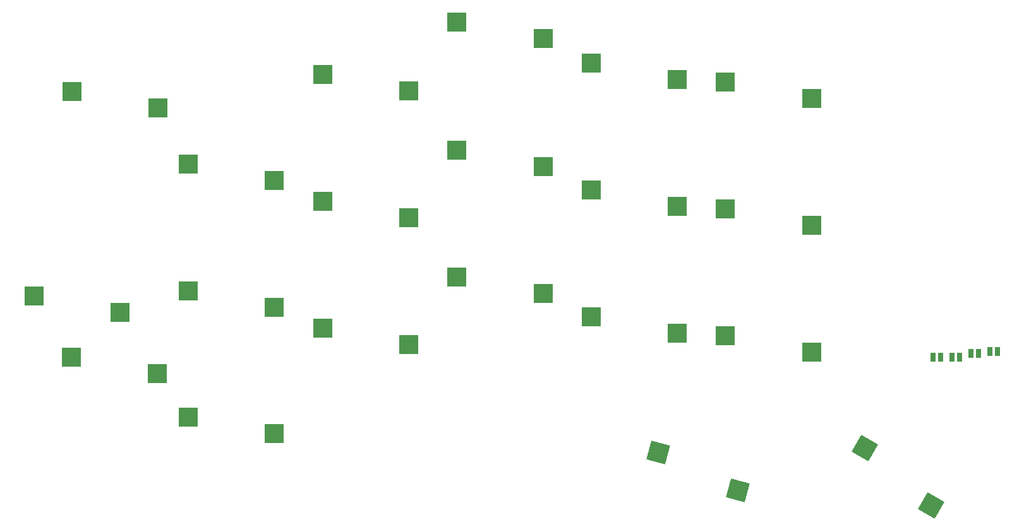
<source format=gbp>
G04 #@! TF.GenerationSoftware,KiCad,Pcbnew,(6.0.2-0)*
G04 #@! TF.CreationDate,2022-04-08T10:03:04+08:00*
G04 #@! TF.ProjectId,half-swept,68616c66-2d73-4776-9570-742e6b696361,rev?*
G04 #@! TF.SameCoordinates,Original*
G04 #@! TF.FileFunction,Paste,Bot*
G04 #@! TF.FilePolarity,Positive*
%FSLAX46Y46*%
G04 Gerber Fmt 4.6, Leading zero omitted, Abs format (unit mm)*
G04 Created by KiCad (PCBNEW (6.0.2-0)) date 2022-04-08 10:03:04*
%MOMM*%
%LPD*%
G01*
G04 APERTURE LIST*
G04 Aperture macros list*
%AMRotRect*
0 Rectangle, with rotation*
0 The origin of the aperture is its center*
0 $1 length*
0 $2 width*
0 $3 Rotation angle, in degrees counterclockwise*
0 Add horizontal line*
21,1,$1,$2,0,0,$3*%
G04 Aperture macros list end*
%ADD10R,2.600000X2.600000*%
%ADD11RotRect,2.600000X2.600000X330.000000*%
%ADD12RotRect,2.600000X2.600000X165.000000*%
%ADD13R,0.635000X1.143000*%
G04 APERTURE END LIST*
D10*
X50143080Y-53477920D03*
X38593080Y-51277920D03*
X68143080Y-41477920D03*
X56593080Y-39277920D03*
X86143080Y-34477920D03*
X74593080Y-32277920D03*
X104143080Y-39977920D03*
X92593080Y-37777920D03*
X122143080Y-42477920D03*
X110593080Y-40277920D03*
X50143080Y-70477920D03*
X38593080Y-68277920D03*
X68143080Y-58451920D03*
X56593080Y-56251920D03*
X86143080Y-51593920D03*
X74593080Y-49393920D03*
X104143080Y-56927920D03*
X92593080Y-54727920D03*
X122123080Y-59467920D03*
X110573080Y-57267920D03*
X50143080Y-87477920D03*
X38593080Y-85277920D03*
X68143080Y-75469920D03*
X56593080Y-73269920D03*
X86143080Y-68611920D03*
X74593080Y-66411920D03*
X104143080Y-73945920D03*
X92593080Y-71745920D03*
X122123080Y-76485920D03*
X110573080Y-74285920D03*
D11*
X129282847Y-89437569D03*
X138185440Y-97117825D03*
D12*
X112207514Y-95072811D03*
X101620472Y-89958414D03*
D10*
X22910000Y-77180000D03*
X34460000Y-79380000D03*
X29475000Y-71220000D03*
X17925000Y-69020000D03*
X22975000Y-41550000D03*
X34525000Y-43750000D03*
D13*
X144526000Y-76708000D03*
X143525240Y-76708000D03*
X138437620Y-77216000D03*
X139438380Y-77216000D03*
X147058380Y-76454000D03*
X146057620Y-76454000D03*
X141986000Y-77216000D03*
X140985240Y-77216000D03*
M02*

</source>
